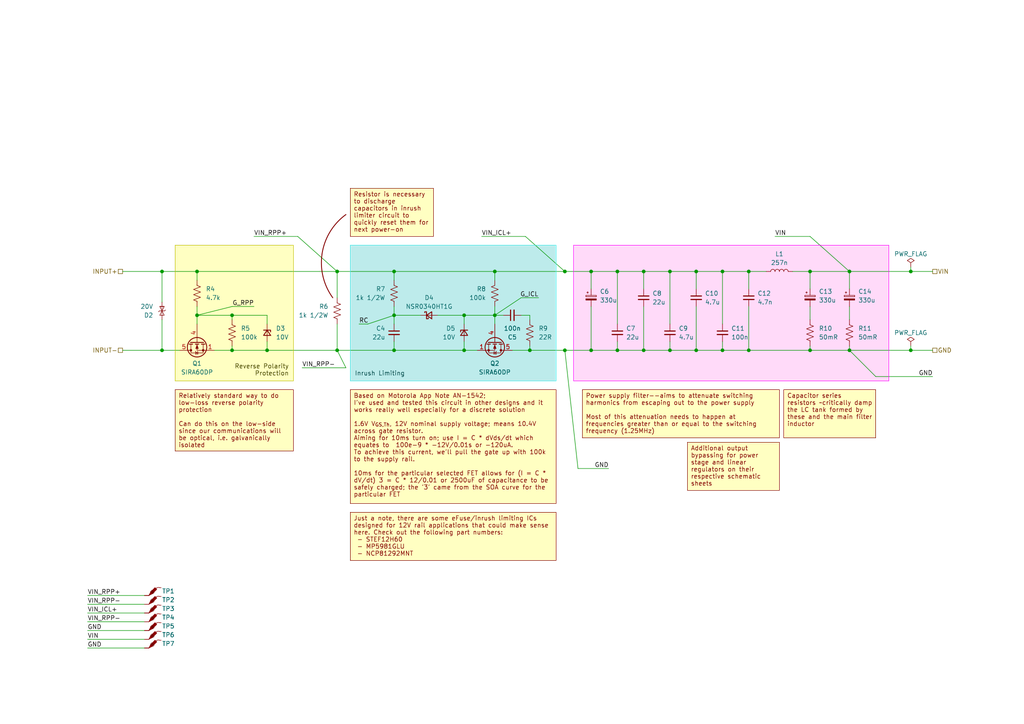
<source format=kicad_sch>
(kicad_sch (version 20230121) (generator eeschema)
  (paper "A4")
  (title_block (title "Shim Amplifier Prototype") (date "2023-08-01") (rev "A.1") (company "Ishaan Govindarajan"))
  (lib_symbols
    (symbol "Custom-Capacitor:25SVPF330M" (pin_numbers hide) (pin_names (offset 0.254) hide)
      (property "Reference" "C?" (at 0.254 1.778 0))
      (property "Value" "330u" (at 0.254 -2.032 0))
      (symbol "25SVPF330M_0_1"
        (rectangle (start -1.524 -0.3048) (end 1.524 -0.6858) (fill (type outline)))
        (rectangle (start -1.524 0.6858) (end 1.524 0.3048))
        (polyline (pts (xy -1.27 1.524) (xy -0.762 1.524)))
        (polyline (pts (xy -1.016 1.27) (xy -1.016 1.778)))
      )
      (symbol "25SVPF330M_1_1"
        (pin passive line (at 0 2.54 270) (length 1.8542) (name "~") (number "1"))
        (pin passive line (at 0 -2.54 90) (length 1.8542) (name "~") (number "2"))
      )
    )
    (symbol "Custom-Capacitor:CL05B472KB5NNNC" (pin_numbers hide) (pin_names (offset 0.254) hide)
      (property "Reference" "C" (at 0.254 1.778 0))
      (property "Value" "4.7n" (at 0.254 -2.032 0))
      (symbol "CL05B472KB5NNNC_0_1"
        (polyline (pts (xy -1.524 -0.508) (xy 1.524 -0.508)) (stroke (width 0.3302)))
        (polyline (pts (xy -1.524 0.508) (xy 1.524 0.508)) (stroke (width 0.3048)))
      )
      (symbol "CL05B472KB5NNNC_1_1"
        (pin passive line (at 0 2.54 270) (length 2.032) (name "~") (number "1"))
        (pin passive line (at 0 -2.54 90) (length 2.032) (name "~") (number "2"))
      )
    )
    (symbol "Custom-Capacitor:CL10B104KB8NNWC" (pin_numbers hide) (pin_names (offset 0.254) hide)
      (property "Reference" "C" (at 0.254 1.778 0))
      (property "Value" "100n" (at 0.254 -2.032 0))
      (symbol "CL10B104KB8NNWC_0_1"
        (polyline (pts (xy -1.524 -0.508) (xy 1.524 -0.508)) (stroke (width 0.3302)))
        (polyline (pts (xy -1.524 0.508) (xy 1.524 0.508)) (stroke (width 0.3048)))
      )
      (symbol "CL10B104KB8NNWC_1_1"
        (pin passive line (at 0 2.54 270) (length 2.032) (name "~") (number "1"))
        (pin passive line (at 0 -2.54 90) (length 2.032) (name "~") (number "2"))
      )
    )
    (symbol "Custom-Capacitor:CL21A475KLCLQNC" (pin_numbers hide) (pin_names (offset 0.254) hide)
      (property "Reference" "C" (at 0.254 1.778 0))
      (property "Value" "4.7u" (at 0.254 -2.032 0))
      (symbol "CL21A475KLCLQNC_0_1"
        (polyline (pts (xy -1.524 -0.508) (xy 1.524 -0.508)) (stroke (width 0.3302)))
        (polyline (pts (xy -1.524 0.508) (xy 1.524 0.508)) (stroke (width 0.3048)))
      )
      (symbol "CL21A475KLCLQNC_1_1"
        (pin passive line (at 0 2.54 270) (length 2.032) (name "~") (number "1"))
        (pin passive line (at 0 -2.54 90) (length 2.032) (name "~") (number "2"))
      )
    )
    (symbol "Custom-Capacitor:CL32B226KAJNNNE" (pin_numbers hide) (pin_names (offset 0.254) hide)
      (property "Reference" "C" (at 0.254 1.778 0))
      (property "Value" "22u" (at 0.254 -2.032 0))
      (symbol "CL32B226KAJNNNE_0_1"
        (polyline (pts (xy -1.524 -0.508) (xy 1.524 -0.508)) (stroke (width 0.3302)))
        (polyline (pts (xy -1.524 0.508) (xy 1.524 0.508)) (stroke (width 0.3048)))
      )
      (symbol "CL32B226KAJNNNE_1_1"
        (pin passive line (at 0 2.54 270) (length 2.032) (name "~") (number "1"))
        (pin passive line (at 0 -2.54 90) (length 2.032) (name "~") (number "2"))
      )
    )
    (symbol "Custom-CircuitProtection:SMCJ20CA" (pin_numbers hide) (pin_names (offset 1.016) hide)
      (property "Reference" "D" (at 0 2.54 0))
      (property "Value" "20V" (at 0 -2.54 0))
      (symbol "SMCJ20CA_0_1"
        (rectangle (start -1.27 0.635) (end -1.27 -0.635))
        (polyline (pts (xy -1.27 0.635) (xy -1.27 -0.635) (xy 0 0) (xy -1.27 0.635)))
        (polyline (pts (xy 1.27 0.635) (xy 1.27 -0.635) (xy 0 0) (xy 1.27 0.635)))
      )
      (symbol "SMCJ20CA_1_1"
        (polyline (pts (xy 1.27 0) (xy -1.27 0)) (stroke (width 0.1)))
        (polyline (pts (xy 0.254 1.016) (xy 0 0.762) (xy 0 -0.762) (xy -0.254 -1.016)))
        (pin passive line (at -2.54 0 0) (length 1.27) (name "K") (number "1"))
        (pin passive line (at 2.54 0 180) (length 1.27) (name "A") (number "2"))
      )
    )
    (symbol "Custom-Diode:MM3Z10VC" (pin_numbers hide) (pin_names (offset 1.016) hide)
      (property "Reference" "D" (at 0 2.54 0))
      (property "Value" "10V" (at 0 -2.54 0))
      (symbol "MM3Z10VC_0_1"
        (polyline (pts (xy 0.762 0) (xy -0.762 0)))
        (polyline (pts (xy -0.254 1.016) (xy -0.762 1.016) (xy -0.762 -1.016)) (stroke (width 0.254)))
        (polyline (pts (xy 0.762 1.016) (xy -0.762 0) (xy 0.762 -1.016) (xy 0.762 1.016)) (stroke (width 0.254)))
      )
      (symbol "MM3Z10VC_1_1"
        (pin passive line (at -2.54 0 0) (length 1.778) (name "K") (number "1"))
        (pin passive line (at 2.54 0 180) (length 1.778) (name "A") (number "2"))
      )
    )
    (symbol "Custom-Diode:NSR0340HT1G" (pin_numbers hide) (pin_names (offset 1.016) hide)
      (property "Reference" "D" (at 0 2.54 0))
      (property "Value" "NSR0340HT1G" (at 0 -2.54 0))
      (symbol "NSR0340HT1G_0_1"
        (polyline (pts (xy -0.762 0) (xy 0.762 0)))
        (polyline (pts (xy 0.762 -1.016) (xy -0.762 0) (xy 0.762 1.016) (xy 0.762 -1.016)) (stroke (width 0.254)))
        (polyline (pts (xy -1.27 0.762) (xy -1.27 1.016) (xy -0.762 1.016) (xy -0.762 -1.016) (xy -0.254 -1.016) (xy -0.254 -0.762)) (stroke (width 0.254)))
      )
      (symbol "NSR0340HT1G_1_1"
        (pin passive line (at -2.54 0 0) (length 1.778) (name "K") (number "1"))
        (pin passive line (at 2.54 0 180) (length 1.778) (name "A") (number "2"))
      )
    )
    (symbol "Custom-Inductor:2014VS-251MED" (pin_numbers hide) (pin_names (offset 1.016) hide)
      (property "Reference" "L?" (at 0 -1.27 0))
      (property "Value" "257n" (at 0 1.905 0))
      (symbol "2014VS-251MED_0_1"
        (arc (start -1.27 0) (mid -1.905 0.6323) (end -2.54 0))
        (arc (start 0 0) (mid -0.635 0.6323) (end -1.27 0))
        (arc (start 1.27 0) (mid 0.635 0.6323) (end 0 0))
        (arc (start 2.54 0) (mid 1.905 0.6323) (end 1.27 0))
      )
      (symbol "2014VS-251MED_1_1"
        (pin passive line (at -3.81 0 0) (length 1.27) (name "1") (number "1"))
        (pin passive line (at 3.81 0 180) (length 1.27) (name "2") (number "2"))
        (pin no_connect line (at 0 0 0) (length 1.27) hide (name "1") (number "3"))
      )
    )
    (symbol "Custom-LogicIC:TestPoint" (in_bom no)
      (property "Reference" "TP" (at 2.54 0 0))
      (symbol "TestPoint_1_1"
        (polyline (pts (xy -0.762 1.27) (xy 0 0.508)) (stroke (width 0) (color 72 0 0 1)))
        (polyline (pts (xy -0.508 1.524) (xy 0.254 0.762)) (stroke (width 0) (color 72 0 0 1)))
        (polyline (pts (xy -1.27 0) (xy -0.762 1.016) (xy -0.254 0.508) (xy -1.27 0)) (fill (type color) (color 132 0 0 1)))
        (polyline (pts (xy -0.762 1.016) (xy 0.508 2.286) (xy 1.016 1.778) (xy -0.254 0.508) (xy -0.762 1.016)) (fill (type color) (color 132 0 0 1)))
        (arc (start 1.778 2.286) (mid 1.2343 2.3019) (end 0.762 2.032))
        (arc (start 1.778 2.286) (mid 2.032 2.258) (end 2.286 2.286))
        (pin passive line (at -2.54 0 0) (length 1.27) (name "") (number "1"))
      )
    )
    (symbol "Custom-Resistor:CSRN2512FK50L0" (pin_numbers hide) (pin_names (offset 0))
      (property "Reference" "R" (at 2.54 0 90))
      (property "Value" "50mR" (at -2.54 0 90))
      (symbol "CSRN2512FK50L0_0_1"
        (polyline (pts (xy 0 -2.286) (xy 0 -2.54)))
        (polyline (pts (xy 0 2.286) (xy 0 2.54)))
        (polyline (pts (xy 0 -0.762) (xy 1.016 -1.143) (xy 0 -1.524) (xy -1.016 -1.905) (xy 0 -2.286)))
        (polyline (pts (xy 0 0.762) (xy 1.016 0.381) (xy 0 0) (xy -1.016 -0.381) (xy 0 -0.762)))
        (polyline (pts (xy 0 2.286) (xy 1.016 1.905) (xy 0 1.524) (xy -1.016 1.143) (xy 0 0.762)))
      )
      (symbol "CSRN2512FK50L0_1_1"
        (pin passive line (at 0 3.81 270) (length 1.27) (name "~") (number "1"))
        (pin passive line (at 0 -3.81 90) (length 1.27) (name "~") (number "2"))
      )
    )
    (symbol "Custom-Resistor:RMCF0603FT100K" (pin_numbers hide) (pin_names (offset 0))
      (property "Reference" "R" (at 2.54 0 90))
      (property "Value" "100k" (at -2.54 0 90))
      (symbol "RMCF0603FT100K_0_1"
        (polyline (pts (xy 0 -2.286) (xy 0 -2.54)))
        (polyline (pts (xy 0 2.286) (xy 0 2.54)))
        (polyline (pts (xy 0 -0.762) (xy 1.016 -1.143) (xy 0 -1.524) (xy -1.016 -1.905) (xy 0 -2.286)))
        (polyline (pts (xy 0 0.762) (xy 1.016 0.381) (xy 0 0) (xy -1.016 -0.381) (xy 0 -0.762)))
        (polyline (pts (xy 0 2.286) (xy 1.016 1.905) (xy 0 1.524) (xy -1.016 1.143) (xy 0 0.762)))
      )
      (symbol "RMCF0603FT100K_1_1"
        (pin passive line (at 0 3.81 270) (length 1.27) (name "~") (number "1"))
        (pin passive line (at 0 -3.81 90) (length 1.27) (name "~") (number "2"))
      )
    )
    (symbol "Custom-Resistor:RMCF0603FT22R0" (pin_numbers hide) (pin_names (offset 0))
      (property "Reference" "R" (at 2.54 0 90))
      (property "Value" "22R" (at -2.54 0 90))
      (symbol "RMCF0603FT22R0_0_1"
        (polyline (pts (xy 0 -2.286) (xy 0 -2.54)))
        (polyline (pts (xy 0 2.286) (xy 0 2.54)))
        (polyline (pts (xy 0 -0.762) (xy 1.016 -1.143) (xy 0 -1.524) (xy -1.016 -1.905) (xy 0 -2.286)))
        (polyline (pts (xy 0 0.762) (xy 1.016 0.381) (xy 0 0) (xy -1.016 -0.381) (xy 0 -0.762)))
        (polyline (pts (xy 0 2.286) (xy 1.016 1.905) (xy 0 1.524) (xy -1.016 1.143) (xy 0 0.762)))
      )
      (symbol "RMCF0603FT22R0_1_1"
        (pin passive line (at 0 3.81 270) (length 1.27) (name "~") (number "1"))
        (pin passive line (at 0 -3.81 90) (length 1.27) (name "~") (number "2"))
      )
    )
    (symbol "Custom-Resistor:RMCF0603FT4K70" (pin_numbers hide) (pin_names (offset 0))
      (property "Reference" "R" (at 2.54 0 90))
      (property "Value" "4.7k" (at -2.54 0 90))
      (symbol "RMCF0603FT4K70_0_1"
        (polyline (pts (xy 0 -2.286) (xy 0 -2.54)))
        (polyline (pts (xy 0 2.286) (xy 0 2.54)))
        (polyline (pts (xy 0 -0.762) (xy 1.016 -1.143) (xy 0 -1.524) (xy -1.016 -1.905) (xy 0 -2.286)))
        (polyline (pts (xy 0 0.762) (xy 1.016 0.381) (xy 0 0) (xy -1.016 -0.381) (xy 0 -0.762)))
        (polyline (pts (xy 0 2.286) (xy 1.016 1.905) (xy 0 1.524) (xy -1.016 1.143) (xy 0 0.762)))
      )
      (symbol "RMCF0603FT4K70_1_1"
        (pin passive line (at 0 3.81 270) (length 1.27) (name "~") (number "1"))
        (pin passive line (at 0 -3.81 90) (length 1.27) (name "~") (number "2"))
      )
    )
    (symbol "Custom-Resistor:RMCF1210JT1K00" (pin_numbers hide) (pin_names (offset 0))
      (property "Reference" "R" (at 2.54 0 90))
      (property "Value" "1k 1/2W" (at -2.54 0 90))
      (symbol "RMCF1210JT1K00_0_1"
        (polyline (pts (xy 0 -2.286) (xy 0 -2.54)))
        (polyline (pts (xy 0 2.286) (xy 0 2.54)))
        (polyline (pts (xy 0 -0.762) (xy 1.016 -1.143) (xy 0 -1.524) (xy -1.016 -1.905) (xy 0 -2.286)))
        (polyline (pts (xy 0 0.762) (xy 1.016 0.381) (xy 0 0) (xy -1.016 -0.381) (xy 0 -0.762)))
        (polyline (pts (xy 0 2.286) (xy 1.016 1.905) (xy 0 1.524) (xy -1.016 1.143) (xy 0 0.762)))
      )
      (symbol "RMCF1210JT1K00_1_1"
        (pin passive line (at 0 3.81 270) (length 1.27) (name "~") (number "1"))
        (pin passive line (at 0 -3.81 90) (length 1.27) (name "~") (number "2"))
      )
    )
    (symbol "Custom-Transistors:SIRA60DP-T1-GE3" (pin_names (offset 0) hide)
      (property "Reference" "Q" (at 5.08 1.27 0))
      (property "Value" "SIRA60DP" (at 5.08 -1.27 0))
      (symbol "SIRA60DP-T1-GE3_0_1"
        (polyline (pts (xy 0.0508 0) (xy 0.254 0)))
        (polyline (pts (xy 0.762 -1.778) (xy 2.54 -1.778)))
        (polyline (pts (xy 0.762 -1.27) (xy 0.762 -2.286)) (stroke (width 0.254)))
        (polyline (pts (xy 0.762 0) (xy 2.54 0)))
        (polyline (pts (xy 0.762 0.508) (xy 0.762 -0.508)) (stroke (width 0.254)))
        (polyline (pts (xy 0.762 1.778) (xy 2.54 1.778)))
        (polyline (pts (xy 0.762 2.286) (xy 0.762 1.27)) (stroke (width 0.254)))
        (polyline (pts (xy 2.54 -1.778) (xy 2.54 -2.54)))
        (polyline (pts (xy 2.54 -1.778) (xy 2.54 0)))
        (polyline (pts (xy 2.54 2.54) (xy 2.54 1.778)))
        (polyline (pts (xy 0.254 1.905) (xy 0.254 -1.905) (xy 0.254 -1.905)) (stroke (width 0.254)))
        (polyline (pts (xy 1.016 0) (xy 2.032 0.381) (xy 2.032 -0.381) (xy 1.016 0)) (fill (type outline)))
        (polyline (pts (xy 2.54 -1.778) (xy 3.302 -1.778) (xy 3.302 1.778) (xy 2.54 1.778)))
        (polyline (pts (xy 2.794 0.508) (xy 2.921 0.381) (xy 3.683 0.381) (xy 3.81 0.254)))
        (polyline (pts (xy 3.302 0.381) (xy 2.921 -0.254) (xy 3.683 -0.254) (xy 3.302 0.381)))
        (circle (center 1.651 0) (radius 2.8194) (stroke (width 0.254)))
        (circle (center 2.54 -1.778) (radius 0.2794) (fill (type outline)))
        (circle (center 2.54 1.778) (radius 0.2794) (fill (type outline)))
      )
      (symbol "SIRA60DP-T1-GE3_1_1"
        (pin passive line (at 2.54 -5.08 90) (length 2.54) (name "S") (number "1"))
        (pin passive line (at 2.54 -5.08 90) (length 2.54) hide (name "S") (number "2"))
        (pin passive line (at 2.54 -5.08 90) (length 2.54) hide (name "S") (number "3"))
        (pin input line (at -5.08 0 0) (length 5.08) (name "G") (number "4"))
        (pin passive line (at 2.54 5.08 270) (length 2.54) (name "D") (number "5"))
      )
    )
    (symbol "power:PWR_FLAG" (power) (pin_numbers hide) (pin_names (offset 0) hide)
      (property "Value" "PWR_FLAG" (at 0 3.81 0))
      (symbol "PWR_FLAG_0_0"
        (pin power_out line (at 0 0 90) (length 0) (name "pwr") (number "1"))
      )
      (symbol "PWR_FLAG_0_1"
        (polyline (pts (xy 0 0) (xy 0 1.27) (xy -1.016 1.905) (xy 0 2.54) (xy 1.016 1.905) (xy 0 1.27)))
      )
    )
  )
  (junction (at 143.51 78.74))
  (junction (at 143.51 91.44))
  (junction (at 179.07 78.74))
  (junction (at 234.95 78.74))
  (junction (at 234.95 101.6))
  (junction (at 67.31 91.44))
  (junction (at 201.93 78.74))
  (junction (at 163.83 78.74))
  (junction (at 201.93 101.6))
  (junction (at 179.07 101.6))
  (junction (at 134.62 101.6))
  (junction (at 97.79 101.6))
  (junction (at 186.69 101.6))
  (junction (at 163.83 101.6))
  (junction (at 67.31 101.6))
  (junction (at 217.17 78.74))
  (junction (at 134.62 91.44))
  (junction (at 171.45 78.74))
  (junction (at 46.99 101.6))
  (junction (at 46.99 78.74))
  (junction (at 171.45 101.6))
  (junction (at 217.17 101.6))
  (junction (at 57.15 78.74))
  (junction (at 114.3 78.74))
  (junction (at 194.31 101.6))
  (junction (at 97.79 78.74))
  (junction (at 114.3 101.6))
  (junction (at 209.55 78.74))
  (junction (at 77.47 101.6))
  (junction (at 186.69 78.74))
  (junction (at 209.55 101.6))
  (junction (at 246.38 78.74))
  (junction (at 264.16 78.74))
  (junction (at 153.67 101.6))
  (junction (at 246.38 101.6))
  (junction (at 57.15 91.44))
  (junction (at 194.31 78.74))
  (junction (at 264.16 101.6))
  (junction (at 114.3 91.44))
  (wire (pts (xy 57.15 78.74) (xy 57.15 81.28)))
  (wire (pts (xy 171.45 101.6) (xy 179.07 101.6)))
  (wire (pts (xy 171.45 88.9) (xy 171.45 101.6)))
  (wire (pts (xy 264.16 100.33) (xy 264.16 101.6)))
  (wire (pts (xy 67.31 101.6) (xy 77.47 101.6)))
  (wire (pts (xy 25.4 177.8) (xy 41.91 177.8)))
  (wire (pts (xy 46.99 78.74) (xy 46.99 87.63)))
  (wire (pts (xy 57.15 78.74) (xy 97.79 78.74)))
  (wire (pts (xy 186.69 101.6) (xy 194.31 101.6)))
  (wire (pts (xy 229.87 78.74) (xy 234.95 78.74)))
  (wire (pts (xy 186.69 88.9) (xy 186.69 101.6)))
  (wire (pts (xy 46.99 92.71) (xy 46.99 101.6)))
  (wire (pts (xy 234.95 78.74) (xy 246.38 78.74)))
  (wire (pts (xy 25.4 180.34) (xy 41.91 180.34)))
  (wire (pts (xy 186.69 78.74) (xy 194.31 78.74)))
  (wire (pts (xy 148.59 101.6) (xy 153.67 101.6)))
  (wire (pts (xy 217.17 78.74) (xy 222.25 78.74)))
  (wire (pts (xy 246.38 101.6) (xy 264.16 101.6)))
  (wire (pts (xy 246.38 78.74) (xy 246.38 83.82)))
  (wire (pts (xy 194.31 78.74) (xy 194.31 93.98)))
  (wire (pts (xy 209.55 78.74) (xy 209.55 93.98)))
  (wire (pts (xy 163.83 101.6) (xy 167.64 135.89)))
  (wire (pts (xy 153.67 101.6) (xy 163.83 101.6)))
  (wire (pts (xy 234.95 68.58) (xy 246.38 78.74)))
  (wire (pts (xy 209.55 78.74) (xy 217.17 78.74)))
  (wire (pts (xy 201.93 88.9) (xy 201.93 101.6)))
  (wire (pts (xy 77.47 101.6) (xy 97.79 101.6)))
  (wire (pts (xy 114.3 91.44) (xy 121.92 91.44)))
  (wire (pts (xy 73.66 68.58) (xy 86.36 68.58)))
  (wire (pts (xy 264.16 101.6) (xy 270.51 101.6)))
  (wire (pts (xy 246.38 101.6) (xy 254 109.22)))
  (wire (pts (xy 234.95 100.33) (xy 234.95 101.6)))
  (wire (pts (xy 186.69 78.74) (xy 186.69 83.82)))
  (wire (pts (xy 134.62 91.44) (xy 143.51 91.44)))
  (wire (pts (xy 201.93 78.74) (xy 201.93 83.82)))
  (wire (pts (xy 114.3 78.74) (xy 143.51 78.74)))
  (wire (pts (xy 46.99 101.6) (xy 52.07 101.6)))
  (wire (pts (xy 143.51 88.9) (xy 143.51 91.44)))
  (wire (pts (xy 264.16 78.74) (xy 270.51 78.74)))
  (wire (pts (xy 77.47 93.98) (xy 77.47 91.44)))
  (wire (pts (xy 143.51 91.44) (xy 146.05 91.44)))
  (wire (pts (xy 194.31 78.74) (xy 201.93 78.74)))
  (wire (pts (xy 97.79 93.98) (xy 97.79 101.6)))
  (wire (pts (xy 270.51 109.22) (xy 254 109.22)))
  (wire (pts (xy 176.53 135.89) (xy 167.64 135.89)))
  (wire (pts (xy 163.83 101.6) (xy 171.45 101.6)))
  (wire (pts (xy 67.31 91.44) (xy 67.31 92.71)))
  (wire (pts (xy 163.83 78.74) (xy 171.45 78.74)))
  (wire (pts (xy 217.17 101.6) (xy 217.17 88.9)))
  (wire (pts (xy 97.79 78.74) (xy 114.3 78.74)))
  (wire (pts (xy 152.4 68.58) (xy 163.83 78.74)))
  (wire (pts (xy 57.15 88.9) (xy 57.15 91.44)))
  (wire (pts (xy 25.4 182.88) (xy 41.91 182.88)))
  (wire (pts (xy 209.55 101.6) (xy 217.17 101.6)))
  (wire (pts (xy 171.45 78.74) (xy 171.45 83.82)))
  (wire (pts (xy 234.95 78.74) (xy 234.95 83.82)))
  (wire (pts (xy 25.4 185.42) (xy 41.91 185.42)))
  (wire (pts (xy 35.56 78.74) (xy 46.99 78.74)))
  (wire (pts (xy 57.15 91.44) (xy 67.31 88.9)))
  (wire (pts (xy 234.95 101.6) (xy 246.38 101.6)))
  (wire (pts (xy 106.68 93.98) (xy 114.3 91.44)))
  (wire (pts (xy 35.56 101.6) (xy 46.99 101.6)))
  (wire (pts (xy 114.3 101.6) (xy 134.62 101.6)))
  (wire (pts (xy 114.3 88.9) (xy 114.3 91.44)))
  (wire (pts (xy 46.99 78.74) (xy 57.15 78.74)))
  (wire (pts (xy 171.45 78.74) (xy 179.07 78.74)))
  (wire (pts (xy 156.21 86.36) (xy 151.13 86.36)))
  (wire (pts (xy 217.17 78.74) (xy 217.17 83.82)))
  (wire (pts (xy 153.67 100.33) (xy 153.67 101.6)))
  (wire (pts (xy 57.15 91.44) (xy 57.15 93.98)))
  (wire (pts (xy 143.51 78.74) (xy 163.83 78.74)))
  (wire (pts (xy 139.7 68.58) (xy 152.4 68.58)))
  (wire (pts (xy 246.38 100.33) (xy 246.38 101.6)))
  (wire (pts (xy 194.31 101.6) (xy 201.93 101.6)))
  (wire (pts (xy 151.13 86.36) (xy 143.51 91.44)))
  (wire (pts (xy 246.38 88.9) (xy 246.38 92.71)))
  (wire (pts (xy 87.63 106.68) (xy 100.33 106.68)))
  (wire (pts (xy 246.38 78.74) (xy 264.16 78.74)))
  (wire (pts (xy 179.07 78.74) (xy 179.07 93.98)))
  (wire (pts (xy 134.62 101.6) (xy 138.43 101.6)))
  (wire (pts (xy 264.16 77.47) (xy 264.16 78.74)))
  (wire (pts (xy 217.17 101.6) (xy 234.95 101.6)))
  (wire (pts (xy 25.4 172.72) (xy 41.91 172.72)))
  (wire (pts (xy 209.55 99.06) (xy 209.55 101.6)))
  (wire (pts (xy 104.14 93.98) (xy 106.68 93.98)))
  (wire (pts (xy 179.07 78.74) (xy 186.69 78.74)))
  (wire (pts (xy 77.47 99.06) (xy 77.47 101.6)))
  (wire (pts (xy 114.3 78.74) (xy 114.3 81.28)))
  (wire (pts (xy 179.07 99.06) (xy 179.07 101.6)))
  (wire (pts (xy 114.3 99.06) (xy 114.3 101.6)))
  (wire (pts (xy 97.79 78.74) (xy 97.79 86.36)))
  (wire (pts (xy 67.31 88.9) (xy 73.66 88.9)))
  (wire (pts (xy 97.79 101.6) (xy 114.3 101.6)))
  (wire (pts (xy 25.4 187.96) (xy 41.91 187.96)))
  (wire (pts (xy 134.62 99.06) (xy 134.62 101.6)))
  (wire (pts (xy 67.31 100.33) (xy 67.31 101.6)))
  (wire (pts (xy 62.23 101.6) (xy 67.31 101.6)))
  (wire (pts (xy 151.13 91.44) (xy 153.67 91.44)))
  (wire (pts (xy 100.33 106.68) (xy 97.79 101.6)))
  (wire (pts (xy 194.31 99.06) (xy 194.31 101.6)))
  (wire (pts (xy 134.62 93.98) (xy 134.62 91.44)))
  (wire (pts (xy 127 91.44) (xy 134.62 91.44)))
  (wire (pts (xy 224.79 68.58) (xy 234.95 68.58)))
  (wire (pts (xy 114.3 93.98) (xy 114.3 91.44)))
  (wire (pts (xy 153.67 91.44) (xy 153.67 92.71)))
  (wire (pts (xy 201.93 78.74) (xy 209.55 78.74)))
  (wire (pts (xy 86.36 68.58) (xy 97.79 78.74)))
  (wire (pts (xy 179.07 101.6) (xy 186.69 101.6)))
  (wire (pts (xy 143.51 91.44) (xy 143.51 93.98)))
  (wire (pts (xy 77.47 91.44) (xy 67.31 91.44)))
  (wire (pts (xy 67.31 91.44) (xy 57.15 91.44)))
  (wire (pts (xy 25.4 175.26) (xy 41.91 175.26)))
  (wire (pts (xy 143.51 78.74) (xy 143.51 81.28)))
  (wire (pts (xy 234.95 88.9) (xy 234.95 92.71)))
  (wire (pts (xy 201.93 101.6) (xy 209.55 101.6)))
  (arc (start 96.52 86.36) (mid 93.4318 73.5066) (end 100.33 62.23) (stroke (width 0.254) (color 132 0 0 1)))
  (rectangle (start 101.6 71.12) (end 161.29 110.49) (stroke (width 0) (color 69 235 235 1)) (fill (type color) (color 189 235 235 1)))
  (rectangle (start 50.8 71.12) (end 85.09 110.49) (stroke (width 0) (color 194 194 0 1)) (fill (type color) (color 255 255 194 1)))
  (rectangle (start 166.37 71.12) (end 257.81 110.49) (stroke (width 0) (color 255 0 255 1)) (fill (type color) (color 255 218 249 1)))
  (text_box "Additional output bypassing for power stage and linear regulators on their respective schematic sheets" (at 199.39 128.27 0) (size 26.67 13.97) (stroke (width 0) (color 132 0 0 1)) (fill (type color) (color 255 255 194 1)) (effects (font (size 1.27 1.27)) (justify left top)))
  (text_box "Power supply filter--aims to attenuate switching harmonics from escaping out to the power supply\n\nMost of this attenuation needs to happen at frequencies greater than or equal to the switching frequency (1.25MHz)" (at 168.91 113.03 0) (size 57.15 13.97) (stroke (width 0) (color 132 0 0 1)) (fill (type color) (color 255 255 194 1)) (effects (font (size 1.27 1.27)) (justify left top)))
  (text_box "Just a note, there are some eFuse/inrush limiting ICs designed for 12V rail applications that could make sense here. Check out the following part numbers:\n - STEF12H60\n - MP5981GLU\n - NCP81292MNT" (at 101.6 148.59 0) (size 59.69 13.97) (stroke (width 0) (color 132 0 0 1)) (fill (type color) (color 255 255 194 1)) (effects (font (size 1.27 1.27)) (justify left top)))
  (text_box "Based on Motorola App Note AN-1542;\nI've used and tested this circuit in other designs and it works really well especially for a discrete solution\n\n1.6V V_{GS,Th}, 12V nominal supply voltage; means 10.4V across gate resistor. \nAiming for 10ms turn on; use I = C * dVds/dt which equates to  100e-9 * -12V/0.01s or -120uA.\nTo achieve this current, we'll pull the gate up with 100k to the supply rail.\n\n10ms for the particular selected FET allows for (I = C * dV/dt) 3 = C * 12/0.01 or 2500uF of capacitance to be safely charged; the '3' came from the SOA curve for the particular FET" (at 101.6 113.03 0) (size 59.69 33.02) (stroke (width 0) (color 132 0 0 1)) (fill (type color) (color 255 255 194 1)) (effects (font (size 1.27 1.27)) (justify left top)))
  (text_box "Relatively standard way to do low-loss reverse polarity protection\n\nCan do this on the low-side since our communications will be optical, i.e. galvanically isolated" (at 50.8 113.03 0) (size 34.29 17.78) (stroke (width 0) (color 132 0 0 1)) (fill (type color) (color 255 255 194 1)) (effects (font (size 1.27 1.27)) (justify left top)))
  (text_box "Resistor is necessary to discharge capacitors in inrush limiter circuit to quickly reset them for next power-on" (at 101.6 54.61 0) (size 24.13 13.97) (stroke (width 0) (color 132 0 0 1)) (fill (type color) (color 255 255 194 1)) (effects (font (size 1.27 1.27)) (justify left top)))
  (text_box "Capacitor series resistors ~critically damp the LC tank formed by these and the main filter inductor" (at 227.33 113.03 0) (size 26.67 13.97) (stroke (width 0) (color 132 0 0 1)) (fill (type color) (color 255 255 194 1)) (effects (font (size 1.27 1.27)) (justify left top)))
  (text "Inrush Limiting\n" (at 102.87 109.22 0) (effects (font (size 1.27 1.27)) (justify left bottom)))
  (text "Reverse Polarity\nProtection" (at 83.82 109.22 0) (effects (font (size 1.27 1.27)) (justify right bottom)))
  (label "GND" (at 176.53 135.89 180))
  (label "G_ICL" (at 156.21 86.36 180))
  (label "GND" (at 270.51 109.22 180))
  (label "G_RPP" (at 73.66 88.9 180))
  (label "VIN_ICL+" (at 25.4 177.8 0))
  (label "GND" (at 25.4 182.88 0))
  (label "VIN_RPP+" (at 25.4 172.72 0))
  (label "VIN_RPP-" (at 25.4 180.34 0))
  (label "VIN" (at 224.79 68.58 0))
  (label "VIN_RPP+" (at 73.66 68.58 0))
  (label "RC" (at 104.14 93.98 0))
  (label "VIN_ICL+" (at 139.7 68.58 0))
  (label "GND" (at 25.4 187.96 0))
  (label "VIN" (at 25.4 185.42 0))
  (label "VIN_RPP-" (at 25.4 175.26 0))
  (label "VIN_RPP-" (at 87.63 106.68 0))
  (hierarchical_label "INPUT+" (shape passive) (at 35.56 78.74 180))
  (hierarchical_label "GND" (shape passive) (at 270.51 101.6 0))
  (hierarchical_label "INPUT-" (shape passive) (at 35.56 101.6 180))
  (hierarchical_label "VIN" (shape passive) (at 270.51 78.74 0))
  (symbol (lib_id "Custom-Resistor:RMCF0603FT22R0") (at 153.67 96.52 0) (unit 1)
    (property "Reference" "R9" (at 156.21 95.25 0) (effects (justify left)))
    (property "Value" "22R" (at 156.21 97.79 0) (effects (justify left)))
    (property "Footprint" "Resistor_SMD:R_0603_1608Metric_Pad0.98x0.95mm_HandSolder" (effects hide))
    (property "Datasheet" "https://www.seielect.com/Catalog/SEI-RMCF_RMCP.pdf" (effects hide))
    (property "Manufacturer" "Stackpole Electronics Inc" (effects hide))
    (property "Part Number" "RMCF0603FT22R0" (effects hide))
  )
  (symbol (lib_id "Custom-Capacitor:CL05B472KB5NNNC") (at 217.17 86.36 0) (unit 1)
    (property "Reference" "C12" (at 219.71 85.0963 0) (effects (justify left)))
    (property "Value" "4.7n" (at 219.71 87.6363 0) (effects (justify left)))
    (property "Footprint" "Capacitor_SMD:C_0402_1005Metric_Pad0.74x0.62mm_HandSolder" (effects hide))
    (property "Datasheet" "https://media.digikey.com/pdf/Data%20Sheets/Samsung%20PDFs/CL05B472KB5NNNC_Spec.pdf" (effects hide))
    (property "Manufacturer" "Samsung Electro-Mechanics" (effects hide))
    (property "Part Number" "CL05B472KB5NNNC" (effects hide))
  )
  (symbol (lib_id "Custom-LogicIC:TestPoint") (at 44.45 185.42 0) (unit 1) (in_bom no)
    (property "Reference" "TP6" (at 46.99 184.15 0) (effects (justify left)))
    (property "Value" "-" (effects hide))
    (property "Footprint" "TestPoint:TestPoint_Pad_D2.0mm" (effects hide))
  )
  (symbol (lib_id "Custom-Resistor:RMCF0603FT100K") (at 67.31 96.52 0) (unit 1)
    (property "Reference" "R5" (at 69.85 95.25 0) (effects (justify left)))
    (property "Value" "100k" (at 69.85 97.79 0) (effects (justify left)))
    (property "Footprint" "Resistor_SMD:R_0603_1608Metric_Pad0.98x0.95mm_HandSolder" (effects hide))
    (property "Datasheet" "https://www.seielect.com/Catalog/SEI-RMCF_RMCP.pdf" (effects hide))
    (property "Manufacturer" "Stackpole Electronics Inc" (effects hide))
    (property "Part Number" "RMCF0603FT100K" (effects hide))
  )
  (symbol (lib_id "Custom-Transistors:SIRA60DP-T1-GE3") (at 143.51 99.06 270) (unit 1)
    (property "Reference" "Q2" (at 143.51 105.41 90))
    (property "Value" "SIRA60DP" (at 143.51 107.95 90))
    (property "Footprint" "Package_DFN_QFN:PQFN-8-EP_6x5mm_P1.27mm_Generic" (effects hide))
    (property "Datasheet" "https://www.vishay.com/docs/66777/sira60dp.pdf" (effects hide))
    (property "Manufacturer" "Vishay Siliconix" (effects hide))
    (property "Part Number" "SIRA60DP-T1-GE3" (effects hide))
  )
  (symbol (lib_id "Custom-Inductor:2014VS-251MED") (at 226.06 78.74 0) (unit 1)
    (property "Reference" "L1" (at 226.06 73.66 0))
    (property "Value" "257n" (at 226.06 76.2 0))
    (property "Footprint" "Custom-RLC:COILCRAFT_2014" (effects hide))
    (property "Datasheet" "https://www.coilcraft.com/getmedia/55a4b40a-2e02-4bf5-b0af-2ea5db75b6cf/1010vs.pdf" (effects hide))
    (property "Manufacturer" "Coilcraft" (effects hide))
    (property "Part Number" "2014VS-251MED" (effects hide))
  )
  (symbol (lib_id "Custom-CircuitProtection:SMCJ20CA") (at 46.99 90.17 90) (mirror x) (unit 1)
    (property "Reference" "D2" (at 44.45 91.44 90) (effects (justify left)))
    (property "Value" "20V" (at 44.45 88.9 90) (effects (justify left)))
    (property "Footprint" "Diode_SMD:D_SMC" (effects hide))
    (property "Datasheet" "https://www.littelfuse.com/~/media/electronics/datasheets/tvs_diodes/littelfuse_tvs_diode_smcj_datasheet.pdf.pdf" (effects hide))
    (property "Manufacturer" "SMC Diode Solutions" (effects hide))
    (property "Part Number" "SMCJ20CA" (effects hide))
  )
  (symbol (lib_id "Custom-Resistor:RMCF1210JT1K00") (at 114.3 85.09 0) (unit 1)
    (property "Reference" "R7" (at 111.76 83.82 0) (effects (justify right)))
    (property "Value" "1k 1/2W" (at 111.76 86.36 0) (effects (justify right)))
    (property "Footprint" "Resistor_SMD:R_1210_3225Metric_Pad1.30x2.65mm_HandSolder" (effects hide))
    (property "Datasheet" "https://www.seielect.com/Catalog/SEI-RMCF_RMCP.pdf" (effects hide))
    (property "Manufacturer" "Stackpole Electronics Inc" (effects hide))
    (property "Part Number" "RMCF1210JT1K00" (effects hide))
  )
  (symbol (lib_id "Custom-Resistor:RMCF0603FT4K70") (at 57.15 85.09 0) (unit 1)
    (property "Reference" "R4" (at 59.69 83.82 0) (effects (justify left)))
    (property "Value" "4.7k" (at 59.69 86.36 0) (effects (justify left)))
    (property "Footprint" "Resistor_SMD:R_0603_1608Metric_Pad0.98x0.95mm_HandSolder" (effects hide))
    (property "Datasheet" "https://www.seielect.com/Catalog/SEI-RMCF_RMCP.pdf" (effects hide))
    (property "Manufacturer" "Stackpole Electronics Inc" (effects hide))
    (property "Part Number" "RMCF0603FT4K70" (effects hide))
  )
  (symbol (lib_id "Custom-Capacitor:CL10B104KB8NNWC") (at 209.55 96.52 0) (unit 1)
    (property "Reference" "C11" (at 212.09 95.2563 0) (effects (justify left)))
    (property "Value" "100n" (at 212.09 97.7963 0) (effects (justify left)))
    (property "Footprint" "Capacitor_SMD:C_0603_1608Metric_Pad1.08x0.95mm_HandSolder" (effects hide))
    (property "Datasheet" "https://product.samsungsem.com/mlcc/CL31B106KAHNFN.do" (effects hide))
    (property "Manufacturer" "Samsung Electro-Mechanics" (effects hide))
    (property "Part Number" "CL10B104KB8NNWC" (effects hide))
  )
  (symbol (lib_id "Custom-Diode:NSR0340HT1G") (at 124.46 91.44 0) (unit 1)
    (property "Reference" "D4" (at 124.46 86.36 0))
    (property "Value" "NSR0340HT1G" (at 124.46 88.9 0))
    (property "Footprint" "Diode_SMD:D_SOD-323_HandSoldering" (effects hide))
    (property "Datasheet" "https://www.onsemi.com/pdf/datasheet/nsr0340h-d.pdf" (effects hide))
    (property "Manufacturer" "onsemi" (effects hide))
    (property "Part Number" "NSR0340HT1G" (effects hide))
  )
  (symbol (lib_id "Custom-LogicIC:TestPoint") (at 44.45 182.88 0) (unit 1) (in_bom no)
    (property "Reference" "TP5" (at 46.99 181.61 0) (effects (justify left)))
    (property "Value" "-" (effects hide))
    (property "Footprint" "TestPoint:TestPoint_Pad_D2.0mm" (effects hide))
  )
  (symbol (lib_id "Custom-Resistor:CSRN2512FK50L0") (at 234.95 96.52 0) (unit 1)
    (property "Reference" "R10" (at 237.49 95.25 0) (effects (justify left)))
    (property "Value" "50mR" (at 237.49 97.79 0) (effects (justify left)))
    (property "Footprint" "Resistor_SMD:R_2512_6332Metric_Pad1.40x3.35mm_HandSolder" (effects hide))
    (property "Datasheet" "https://www.seielect.com/catalog/sei-csr_csrn.pdf" (effects hide))
    (property "Manufacturer" "Stackpole Electronics Inc" (effects hide))
    (property "Part Number" "CSRN2512FK50L0" (effects hide))
  )
  (symbol (lib_id "Custom-Transistors:SIRA60DP-T1-GE3") (at 57.15 99.06 90) (mirror x) (unit 1)
    (property "Reference" "Q1" (at 57.15 105.41 90))
    (property "Value" "SIRA60DP" (at 57.15 107.95 90))
    (property "Footprint" "Package_DFN_QFN:PQFN-8-EP_6x5mm_P1.27mm_Generic" (effects hide))
    (property "Datasheet" "https://www.vishay.com/docs/66777/sira60dp.pdf" (effects hide))
    (property "Manufacturer" "Vishay Siliconix" (effects hide))
    (property "Part Number" "SIRA60DP-T1-GE3" (effects hide))
  )
  (symbol (lib_id "Custom-Capacitor:CL10B104KB8NNWC") (at 148.59 91.44 90) (mirror x) (unit 1)
    (property "Reference" "C5" (at 148.5963 97.79 90))
    (property "Value" "100n" (at 148.5963 95.25 90))
    (property "Footprint" "Capacitor_SMD:C_0603_1608Metric_Pad1.08x0.95mm_HandSolder" (effects hide))
    (property "Datasheet" "https://product.samsungsem.com/mlcc/CL31B106KAHNFN.do" (effects hide))
    (property "Manufacturer" "Samsung Electro-Mechanics" (effects hide))
    (property "Part Number" "CL10B104KB8NNWC" (effects hide))
  )
  (symbol (lib_id "Custom-LogicIC:TestPoint") (at 44.45 175.26 0) (unit 1) (in_bom no)
    (property "Reference" "TP2" (at 46.99 173.99 0) (effects (justify left)))
    (property "Value" "-" (effects hide))
    (property "Footprint" "TestPoint:TestPoint_Pad_D2.0mm" (effects hide))
  )
  (symbol (lib_id "Custom-Capacitor:25SVPF330M") (at 234.95 86.36 0) (unit 1)
    (property "Reference" "C13" (at 237.49 84.5439 0) (effects (justify left)))
    (property "Value" "330u" (at 237.49 87.0839 0) (effects (justify left)))
    (property "Footprint" "Capacitor_SMD:CP_Elec_10x12.6" (effects hide))
    (property "Datasheet" "https://industrial.panasonic.com/ww/products/pt/os-con/models/25SVPF330M" (effects hide))
    (property "Manufacturer" "Panasonic Electronic Components" (effects hide))
    (property "Part Number" "25SVPF330M" (effects hide))
  )
  (symbol (lib_id "Custom-Capacitor:CL32B226KAJNNNE") (at 179.07 96.52 0) (unit 1)
    (property "Reference" "C7" (at 181.61 95.2563 0) (effects (justify left)))
    (property "Value" "22u" (at 181.61 97.7963 0) (effects (justify left)))
    (property "Footprint" "Capacitor_SMD:C_1210_3225Metric_Pad1.33x2.70mm_HandSolder" (effects hide))
    (property "Datasheet" "https://product.samsungsem.com/mlcc/CL32B226KAJNNN.do" (effects hide))
    (property "Manufacturer" "Samsung Electro-Mechanics" (effects hide))
    (property "Part Number" "CL32B226KAJNNNE" (effects hide))
  )
  (symbol (lib_id "Custom-LogicIC:TestPoint") (at 44.45 187.96 0) (unit 1) (in_bom no)
    (property "Reference" "TP7" (at 46.99 186.69 0) (effects (justify left)))
    (property "Value" "-" (effects hide))
    (property "Footprint" "TestPoint:TestPoint_Pad_D2.0mm" (effects hide))
  )
  (symbol (lib_id "Custom-Capacitor:CL21A475KLCLQNC") (at 194.31 96.52 0) (unit 1)
    (property "Reference" "C9" (at 196.85 95.2563 0) (effects (justify left)))
    (property "Value" "4.7u" (at 196.85 97.7963 0) (effects (justify left)))
    (property "Footprint" "Capacitor_SMD:C_0805_2012Metric_Pad1.18x1.45mm_HandSolder" (effects hide))
    (property "Datasheet" "https://media.digikey.com/pdf/Data%20Sheets/Samsung%20PDFs/CL21A475KLCLQNC_Spec.pdf" (effects hide))
    (property "Manufacturer" "Samsung Electro-Mechanics" (effects hide))
    (property "Part Number" "CL21A475KLCLQNC" (effects hide))
  )
  (symbol (lib_id "Custom-Capacitor:CL32B226KAJNNNE") (at 186.69 86.36 0) (unit 1)
    (property "Reference" "C8" (at 189.23 85.0963 0) (effects (justify left)))
    (property "Value" "22u" (at 189.23 87.6363 0) (effects (justify left)))
    (property "Footprint" "Capacitor_SMD:C_1210_3225Metric_Pad1.33x2.70mm_HandSolder" (effects hide))
    (property "Datasheet" "https://product.samsungsem.com/mlcc/CL32B226KAJNNN.do" (effects hide))
    (property "Manufacturer" "Samsung Electro-Mechanics" (effects hide))
    (property "Part Number" "CL32B226KAJNNNE" (effects hide))
  )
  (symbol (lib_id "Custom-Capacitor:25SVPF330M") (at 246.38 86.36 0) (unit 1)
    (property "Reference" "C14" (at 248.92 84.5439 0) (effects (justify left)))
    (property "Value" "330u" (at 248.92 87.0839 0) (effects (justify left)))
    (property "Footprint" "Capacitor_SMD:CP_Elec_10x12.6" (effects hide))
    (property "Datasheet" "https://industrial.panasonic.com/ww/products/pt/os-con/models/25SVPF330M" (effects hide))
    (property "Manufacturer" "Panasonic Electronic Components" (effects hide))
    (property "Part Number" "25SVPF330M" (effects hide))
  )
  (symbol (lib_id "Custom-Resistor:RMCF0603FT100K") (at 143.51 85.09 0) (mirror y) (unit 1)
    (property "Reference" "R8" (at 140.97 83.82 0) (effects (justify left)))
    (property "Value" "100k" (at 140.97 86.36 0) (effects (justify left)))
    (property "Footprint" "Resistor_SMD:R_0603_1608Metric_Pad0.98x0.95mm_HandSolder" (effects hide))
    (property "Datasheet" "https://www.seielect.com/Catalog/SEI-RMCF_RMCP.pdf" (effects hide))
    (property "Manufacturer" "Stackpole Electronics Inc" (effects hide))
    (property "Part Number" "RMCF0603FT100K" (effects hide))
  )
  (symbol (lib_id "Custom-LogicIC:TestPoint") (at 44.45 172.72 0) (unit 1) (in_bom no)
    (property "Reference" "TP1" (at 46.99 171.45 0) (effects (justify left)))
    (property "Value" "-" (effects hide))
    (property "Footprint" "TestPoint:TestPoint_Pad_D2.0mm" (effects hide))
  )
  (symbol (lib_id "Custom-Diode:MM3Z10VC") (at 77.47 96.52 270) (unit 1)
    (property "Reference" "D3" (at 80.01 95.25 90) (effects (justify left)))
    (property "Value" "10V" (at 80.01 97.79 90) (effects (justify left)))
    (property "Footprint" "Diode_SMD:D_SOD-323_HandSoldering" (effects hide))
    (property "Manufacturer" "onsemi" (effects hide))
    (property "Part Number" "MM3Z10VC" (effects hide))
  )
  (symbol (lib_id "Custom-LogicIC:TestPoint") (at 44.45 177.8 0) (unit 1) (in_bom no)
    (property "Reference" "TP3" (at 46.99 176.53 0) (effects (justify left)))
    (property "Value" "-" (effects hide))
    (property "Footprint" "TestPoint:TestPoint_Pad_D2.0mm" (effects hide))
  )
  (symbol (lib_id "Custom-Capacitor:25SVPF330M") (at 171.45 86.36 0) (unit 1)
    (property "Reference" "C6" (at 173.99 84.5439 0) (effects (justify left)))
    (property "Value" "330u" (at 173.99 87.0839 0) (effects (justify left)))
    (property "Footprint" "Capacitor_SMD:CP_Elec_10x12.6" (effects hide))
    (property "Datasheet" "https://industrial.panasonic.com/ww/products/pt/os-con/models/25SVPF330M" (effects hide))
    (property "Manufacturer" "Panasonic Electronic Components" (effects hide))
    (property "Part Number" "25SVPF330M" (effects hide))
  )
  (symbol (lib_id "Custom-Diode:MM3Z10VC") (at 134.62 96.52 90) (mirror x) (unit 1)
    (property "Reference" "D5" (at 132.08 95.25 90) (effects (justify left)))
    (property "Value" "10V" (at 132.08 97.79 90) (effects (justify left)))
    (property "Footprint" "Diode_SMD:D_SOD-323_HandSoldering" (effects hide))
    (property "Manufacturer" "onsemi" (effects hide))
    (property "Part Number" "MM3Z10VC" (effects hide))
  )
  (symbol (lib_id "Custom-Resistor:CSRN2512FK50L0") (at 246.38 96.52 0) (unit 1)
    (property "Reference" "R11" (at 248.92 95.25 0) (effects (justify left)))
    (property "Value" "50mR" (at 248.92 97.79 0) (effects (justify left)))
    (property "Footprint" "Resistor_SMD:R_2512_6332Metric_Pad1.40x3.35mm_HandSolder" (effects hide))
    (property "Datasheet" "https://www.seielect.com/catalog/sei-csr_csrn.pdf" (effects hide))
    (property "Manufacturer" "Stackpole Electronics Inc" (effects hide))
    (property "Part Number" "CSRN2512FK50L0" (effects hide))
  )
  (symbol (lib_id "Custom-Resistor:RMCF1210JT1K00") (at 97.79 90.17 0) (unit 1)
    (property "Reference" "R6" (at 95.25 88.9 0) (effects (justify right)))
    (property "Value" "1k 1/2W" (at 95.25 91.44 0) (effects (justify right)))
    (property "Footprint" "Resistor_SMD:R_1210_3225Metric_Pad1.30x2.65mm_HandSolder" (effects hide))
    (property "Datasheet" "https://www.seielect.com/Catalog/SEI-RMCF_RMCP.pdf" (effects hide))
    (property "Manufacturer" "Stackpole Electronics Inc" (effects hide))
    (property "Part Number" "RMCF1210JT1K00" (effects hide))
  )
  (symbol (lib_id "Custom-Capacitor:CL32B226KAJNNNE") (at 114.3 96.52 0) (unit 1)
    (property "Reference" "C4" (at 111.76 95.2563 0) (effects (justify right)))
    (property "Value" "22u" (at 111.76 97.7963 0) (effects (justify right)))
    (property "Footprint" "Capacitor_SMD:C_1210_3225Metric_Pad1.33x2.70mm_HandSolder" (effects hide))
    (property "Datasheet" "https://product.samsungsem.com/mlcc/CL32B226KAJNNN.do" (effects hide))
    (property "Manufacturer" "Samsung Electro-Mechanics" (effects hide))
    (property "Part Number" "CL32B226KAJNNNE" (effects hide))
  )
  (symbol (lib_id "power:PWR_FLAG") (at 264.16 100.33 0) (unit 1)
    (property "Reference" "#FLG02" (effects hide))
    (property "Value" "PWR_FLAG" (at 264.16 96.52 0))
  )
  (symbol (lib_id "Custom-LogicIC:TestPoint") (at 44.45 180.34 0) (unit 1) (in_bom no)
    (property "Reference" "TP4" (at 46.99 179.07 0) (effects (justify left)))
    (property "Value" "-" (effects hide))
    (property "Footprint" "TestPoint:TestPoint_Pad_D2.0mm" (effects hide))
  )
  (symbol (lib_id "power:PWR_FLAG") (at 264.16 77.47 0) (unit 1)
    (property "Reference" "#FLG01" (effects hide))
    (property "Value" "PWR_FLAG" (at 264.16 73.66 0))
  )
  (symbol (lib_id "Custom-Capacitor:CL21A475KLCLQNC") (at 201.93 86.36 0) (unit 1)
    (property "Reference" "C10" (at 204.47 85.0963 0) (effects (justify left)))
    (property "Value" "4.7u" (at 204.47 87.6363 0) (effects (justify left)))
    (property "Footprint" "Capacitor_SMD:C_0805_2012Metric_Pad1.18x1.45mm_HandSolder" (effects hide))
    (property "Datasheet" "https://media.digikey.com/pdf/Data%20Sheets/Samsung%20PDFs/CL21A475KLCLQNC_Spec.pdf" (effects hide))
    (property "Manufacturer" "Samsung Electro-Mechanics" (effects hide))
    (property "Part Number" "CL21A475KLCLQNC" (effects hide))
  )
)
</source>
